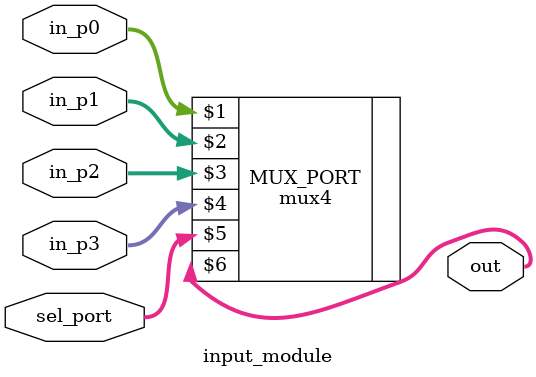
<source format=v>
`timescale 1 ns / 10 ps

module input_module ( input wire [1:0] sel_port, 
            input wire [7:0] in_p0, in_p1, in_p2, in_p3, output wire [7:0] out);
    
    mux4 MUX_PORT(in_p0, in_p1, in_p2, in_p3, sel_port, out);
    
endmodule
</source>
